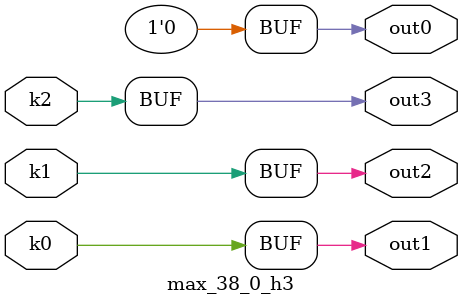
<source format=v>
module max_38_0(pi0, pi1, pi2, pi3, pi4, pi5, pi6, pi7, po0, po1, po2, po3);
input pi0, pi1, pi2, pi3, pi4, pi5, pi6, pi7;
output po0, po1, po2, po3;
wire k0, k1, k2;
max_38_0_w3 DUT1 (pi0, pi1, pi2, pi3, pi4, pi5, pi6, pi7, k0, k1, k2);
max_38_0_h3 DUT2 (k0, k1, k2, po0, po1, po2, po3);
endmodule

module max_38_0_w3(in7, in6, in5, in4, in3, in2, in1, in0, k2, k1, k0);
input in7, in6, in5, in4, in3, in2, in1, in0;
output k2, k1, k0;
assign k0 =   in2 ? ~in7 : ~in5;
assign k1 =   ((~in6 | in4) & ((~in0 & (~in7 | in5) & (in3 | ~in1)) | (~in7 & in5))) | (~in6 & in4);
assign k2 =   in2;
endmodule

module max_38_0_h3(k2, k1, k0, out3, out2, out1, out0);
input k2, k1, k0;
output out3, out2, out1, out0;
assign out0 = 0;
assign out1 = k0;
assign out2 = k1;
assign out3 = k2;
endmodule

</source>
